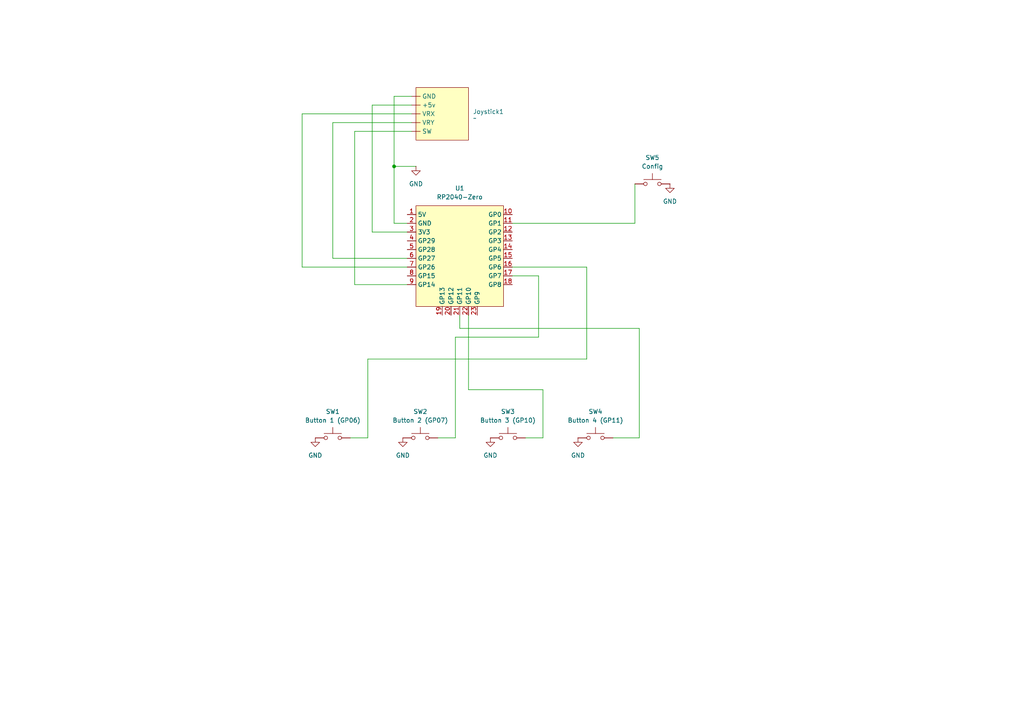
<source format=kicad_sch>
(kicad_sch (version 20231120) (generator "eeschema") (generator_version "8.0")
  (paper "A4")
  (lib_symbols
    (symbol "RP2040-Zero:RP2040-Zero"
      (property "Reference" "U" (at 0 0 0))
      (property "Value" "RP2040-Zero" (at 0 8.89 0))
      (symbol "RP2040-Zero_0_1"
        (rectangle (start -12.7 7.62) (end 12.7 -21.59) (fill (type background)))
      )
      (symbol "RP2040-Zero_1_1"
        (pin power_in line (at -15.24 5.08 0) (length 2.54) (name "5V") (number "1"))
        (pin bidirectional line (at 15.24 5.08 180) (length 2.54) (name "GP0") (number "10"))
        (pin bidirectional line (at 15.24 2.54 180) (length 2.54) (name "GP1") (number "11"))
        (pin bidirectional line (at 15.24 0 180) (length 2.54) (name "GP2") (number "12"))
        (pin bidirectional line (at 15.24 -2.54 180) (length 2.54) (name "GP3") (number "13"))
        (pin bidirectional line (at 15.24 -5.08 180) (length 2.54) (name "GP4") (number "14"))
        (pin bidirectional line (at 15.24 -7.62 180) (length 2.54) (name "GP5") (number "15"))
        (pin bidirectional line (at 15.24 -10.16 180) (length 2.54) (name "GP6") (number "16"))
        (pin bidirectional line (at 15.24 -12.7 180) (length 2.54) (name "GP7") (number "17"))
        (pin bidirectional line (at 15.24 -15.24 180) (length 2.54) (name "GP8") (number "18"))
        (pin bidirectional line (at -5.08 -24.13 90) (length 2.54) (name "GP13") (number "19"))
        (pin power_in line (at -15.24 2.54 0) (length 2.54) (name "GND") (number "2"))
        (pin bidirectional line (at -2.54 -24.13 90) (length 2.54) (name "GP12") (number "20"))
        (pin bidirectional line (at 0 -24.13 90) (length 2.54) (name "GP11") (number "21"))
        (pin bidirectional line (at 2.54 -24.13 90) (length 2.54) (name "GP10") (number "22"))
        (pin bidirectional line (at 5.08 -24.13 90) (length 2.54) (name "GP9") (number "23"))
        (pin power_in line (at -15.24 0 0) (length 2.54) (name "3V3") (number "3"))
        (pin bidirectional line (at -15.24 -2.54 0) (length 2.54) (name "GP29") (number "4"))
        (pin bidirectional line (at -15.24 -5.08 0) (length 2.54) (name "GP28") (number "5"))
        (pin bidirectional line (at -15.24 -7.62 0) (length 2.54) (name "GP27") (number "6"))
        (pin bidirectional line (at -15.24 -10.16 0) (length 2.54) (name "GP26") (number "7"))
        (pin bidirectional line (at -15.24 -12.7 0) (length 2.54) (name "GP15") (number "8"))
        (pin bidirectional line (at -15.24 -15.24 0) (length 2.54) (name "GP14") (number "9"))
      )
    )
    (symbol "Switch:SW_Push" (pin_numbers hide) (pin_names (offset 1.016) hide)
      (property "Reference" "SW" (at 1.27 2.54 0))
      (property "Value" "SW_Push" (at 0 -1.524 0))
      (symbol "SW_Push_0_1"
        (circle (center -2.032 0) (radius 0.508))
        (polyline (pts (xy 0 1.27) (xy 0 3.048)))
        (polyline (pts (xy 2.54 1.27) (xy -2.54 1.27)))
        (circle (center 2.032 0) (radius 0.508))
        (pin passive line (at -5.08 0 0) (length 2.54) (name "1") (number "1"))
        (pin passive line (at 5.08 0 180) (length 2.54) (name "2") (number "2"))
      )
    )
    (symbol "joystick:Joystick"
      (property "Reference" "Joystick" (at -5.334 5.588 0))
      (symbol "Joystick_0_1"
        (rectangle (start -12.7 3.81) (end 2.54 -11.43) (fill (type background)))
      )
      (symbol "Joystick_1_1"
        (pin power_in line (at -13.97 -1.27 0) (length 2.54) (name "+5v") (number ""))
        (pin power_in line (at -13.97 1.27 0) (length 2.54) (name "GND") (number ""))
        (pin output line (at -13.97 -8.89 0) (length 2.54) (name "SW") (number ""))
        (pin output line (at -13.97 -3.81 0) (length 2.54) (name "VRX") (number ""))
        (pin output line (at -13.97 -6.35 0) (length 2.54) (name "VRY") (number ""))
      )
    )
    (symbol "power:GND" (power) (pin_numbers hide) (pin_names (offset 0) hide)
      (property "Value" "GND" (at 0 -3.81 0))
      (symbol "GND_0_1"
        (polyline (pts (xy 0 0) (xy 0 -1.27) (xy 1.27 -1.27) (xy 0 -2.54) (xy -1.27 -1.27) (xy 0 -1.27)))
      )
      (symbol "GND_1_1"
        (pin power_in line (at 0 0 270) (length 0) (name "~") (number "1"))
      )
    )
  )
  (junction (at 114.3 48.26))
  (wire (pts (xy 96.52 74.93) (xy 96.52 35.56)))
  (wire (pts (xy 184.15 64.77) (xy 184.15 53.34)))
  (wire (pts (xy 133.35 95.25) (xy 185.42 95.25)))
  (wire (pts (xy 148.59 80.01) (xy 156.21 80.01)))
  (wire (pts (xy 135.89 113.03) (xy 157.48 113.03)))
  (wire (pts (xy 118.11 74.93) (xy 96.52 74.93)))
  (wire (pts (xy 102.87 82.55) (xy 118.11 82.55)))
  (wire (pts (xy 119.38 38.1) (xy 102.87 38.1)))
  (wire (pts (xy 148.59 64.77) (xy 184.15 64.77)))
  (wire (pts (xy 185.42 127) (xy 177.8 127)))
  (wire (pts (xy 114.3 48.26) (xy 120.65 48.26)))
  (wire (pts (xy 96.52 35.56) (xy 119.38 35.56)))
  (wire (pts (xy 156.21 97.79) (xy 132.08 97.79)))
  (wire (pts (xy 87.63 77.47) (xy 87.63 33.02)))
  (wire (pts (xy 114.3 27.94) (xy 119.38 27.94)))
  (wire (pts (xy 157.48 127) (xy 152.4 127)))
  (wire (pts (xy 107.95 30.48) (xy 107.95 67.31)))
  (wire (pts (xy 132.08 127) (xy 127 127)))
  (wire (pts (xy 107.95 67.31) (xy 118.11 67.31)))
  (wire (pts (xy 157.48 113.03) (xy 157.48 127)))
  (wire (pts (xy 106.68 104.14) (xy 106.68 127)))
  (wire (pts (xy 119.38 30.48) (xy 107.95 30.48)))
  (wire (pts (xy 114.3 64.77) (xy 114.3 48.26)))
  (wire (pts (xy 170.18 77.47) (xy 170.18 104.14)))
  (wire (pts (xy 132.08 97.79) (xy 132.08 127)))
  (wire (pts (xy 118.11 77.47) (xy 87.63 77.47)))
  (wire (pts (xy 87.63 33.02) (xy 119.38 33.02)))
  (wire (pts (xy 102.87 38.1) (xy 102.87 82.55)))
  (wire (pts (xy 118.11 64.77) (xy 114.3 64.77)))
  (wire (pts (xy 133.35 95.25) (xy 133.35 91.44)))
  (wire (pts (xy 170.18 104.14) (xy 106.68 104.14)))
  (wire (pts (xy 156.21 80.01) (xy 156.21 97.79)))
  (wire (pts (xy 185.42 95.25) (xy 185.42 127)))
  (wire (pts (xy 106.68 127) (xy 101.6 127)))
  (wire (pts (xy 114.3 48.26) (xy 114.3 27.94)))
  (wire (pts (xy 148.59 77.47) (xy 170.18 77.47)))
  (wire (pts (xy 135.89 91.44) (xy 135.89 113.03)))
  (symbol (lib_id "power:GND") (at 120.65 48.26 0) (unit 1)
    (property "Reference" "#PWR01" (effects (hide yes)))
    (property "Value" "GND" (at 120.65 53.34 0))
    (property "Description" "Power symbol creates a global label with name \"GND\" , ground" (effects (hide yes)))
  )
  (symbol (lib_id "Switch:SW_Push") (at 147.32 127 0) (unit 1)
    (property "Reference" "SW3" (at 147.32 119.38 0))
    (property "Value" "Button 3 (GP10)" (at 147.32 121.92 0))
    (property "Description" "Push button switch, generic, two pins" (effects (hide yes)))
  )
  (symbol (lib_id "Switch:SW_Push") (at 172.72 127 0) (unit 1)
    (property "Reference" "SW4" (at 172.72 119.38 0))
    (property "Value" "Button 4 (GP11)" (at 172.72 121.92 0))
    (property "Description" "Push button switch, generic, two pins" (effects (hide yes)))
  )
  (symbol (lib_id "power:GND") (at 142.24 127 0) (unit 1)
    (property "Reference" "#PWR04" (effects (hide yes)))
    (property "Value" "GND" (at 142.24 132.08 0))
    (property "Description" "Power symbol creates a global label with name \"GND\" , ground" (effects (hide yes)))
  )
  (symbol (lib_id "Switch:SW_Push") (at 189.23 53.34 0) (unit 1)
    (property "Reference" "SW5" (at 189.23 45.72 0))
    (property "Value" "Config" (at 189.23 48.26 0))
    (property "Description" "Push button switch, generic, two pins" (effects (hide yes)))
  )
  (symbol (lib_id "RP2040-Zero:RP2040-Zero") (at 133.35 67.31 0) (unit 1)
    (property "Reference" "U1" (at 133.35 54.61 0))
    (property "Value" "RP2040-Zero" (at 133.35 57.15 0))
  )
  (symbol (lib_id "joystick:Joystick") (at 133.35 29.21 0) (unit 1)
    (property "Reference" "Joystick1" (at 137.16 32.3849 0) (effects (justify left)))
    (property "Value" "~" (at 137.16 34.29 0) (effects (justify left)))
  )
  (symbol (lib_id "power:GND") (at 91.44 127 0) (unit 1)
    (property "Reference" "#PWR02" (effects (hide yes)))
    (property "Value" "GND" (at 91.44 132.08 0))
    (property "Description" "Power symbol creates a global label with name \"GND\" , ground" (effects (hide yes)))
  )
  (symbol (lib_id "power:GND") (at 167.64 127 0) (unit 1)
    (property "Reference" "#PWR05" (effects (hide yes)))
    (property "Value" "GND" (at 167.64 132.08 0))
    (property "Description" "Power symbol creates a global label with name \"GND\" , ground" (effects (hide yes)))
  )
  (symbol (lib_id "power:GND") (at 116.84 127 0) (unit 1)
    (property "Reference" "#PWR03" (effects (hide yes)))
    (property "Value" "GND" (at 116.84 132.08 0))
    (property "Description" "Power symbol creates a global label with name \"GND\" , ground" (effects (hide yes)))
  )
  (symbol (lib_id "Switch:SW_Push") (at 96.52 127 0) (unit 1)
    (property "Reference" "SW1" (at 96.52 119.38 0))
    (property "Value" "Button 1 (GP06)" (at 96.52 121.92 0))
    (property "Description" "Push button switch, generic, two pins" (effects (hide yes)))
  )
  (symbol (lib_id "Switch:SW_Push") (at 121.92 127 0) (unit 1)
    (property "Reference" "SW2" (at 121.92 119.38 0))
    (property "Value" "Button 2 (GP07)" (at 121.92 121.92 0))
    (property "Description" "Push button switch, generic, two pins" (effects (hide yes)))
  )
  (symbol (lib_id "power:GND") (at 194.31 53.34 0) (unit 1)
    (property "Reference" "#PWR06" (effects (hide yes)))
    (property "Value" "GND" (at 194.31 58.42 0))
    (property "Description" "Power symbol creates a global label with name \"GND\" , ground" (effects (hide yes)))
  )
)
</source>
